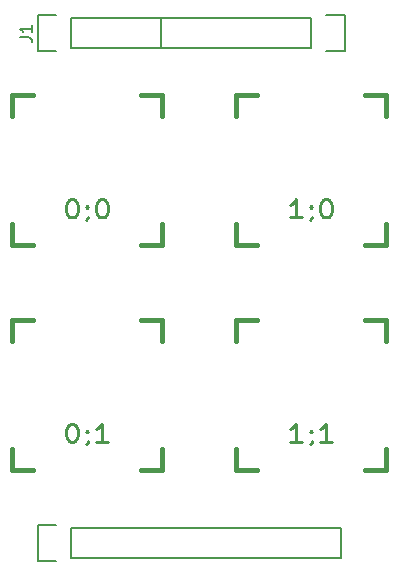
<source format=gto>
G04 #@! TF.FileFunction,Legend,Top*
%FSLAX46Y46*%
G04 Gerber Fmt 4.6, Leading zero omitted, Abs format (unit mm)*
G04 Created by KiCad (PCBNEW (after 2015-jan-16 BZR unknown)-brewed_product) date Sunday, March 08, 2015 'PMt' 01:09:04 PM*
%MOMM*%
G01*
G04 APERTURE LIST*
%ADD10C,0.100000*%
%ADD11C,0.150000*%
%ADD12C,0.381000*%
%ADD13C,0.254000*%
G04 APERTURE END LIST*
D10*
D11*
X186690000Y-161290000D02*
X209550000Y-161290000D01*
X209550000Y-161290000D02*
X209550000Y-163830000D01*
X209550000Y-163830000D02*
X186690000Y-163830000D01*
X183870000Y-161010000D02*
X185420000Y-161010000D01*
X186690000Y-161290000D02*
X186690000Y-163830000D01*
X185420000Y-164110000D02*
X183870000Y-164110000D01*
X183870000Y-164110000D02*
X183870000Y-161010000D01*
D12*
X181650000Y-124650000D02*
X183428000Y-124650000D01*
X192572000Y-124650000D02*
X194350000Y-124650000D01*
X194350000Y-124650000D02*
X194350000Y-126428000D01*
X194350000Y-135572000D02*
X194350000Y-137350000D01*
X194350000Y-137350000D02*
X192572000Y-137350000D01*
X183428000Y-137350000D02*
X181650000Y-137350000D01*
X181650000Y-137350000D02*
X181650000Y-135572000D01*
X181650000Y-126428000D02*
X181650000Y-124650000D01*
X181650000Y-143650000D02*
X183428000Y-143650000D01*
X192572000Y-143650000D02*
X194350000Y-143650000D01*
X194350000Y-143650000D02*
X194350000Y-145428000D01*
X194350000Y-154572000D02*
X194350000Y-156350000D01*
X194350000Y-156350000D02*
X192572000Y-156350000D01*
X183428000Y-156350000D02*
X181650000Y-156350000D01*
X181650000Y-156350000D02*
X181650000Y-154572000D01*
X181650000Y-145428000D02*
X181650000Y-143650000D01*
X200650000Y-124650000D02*
X202428000Y-124650000D01*
X211572000Y-124650000D02*
X213350000Y-124650000D01*
X213350000Y-124650000D02*
X213350000Y-126428000D01*
X213350000Y-135572000D02*
X213350000Y-137350000D01*
X213350000Y-137350000D02*
X211572000Y-137350000D01*
X202428000Y-137350000D02*
X200650000Y-137350000D01*
X200650000Y-137350000D02*
X200650000Y-135572000D01*
X200650000Y-126428000D02*
X200650000Y-124650000D01*
X200650000Y-143650000D02*
X202428000Y-143650000D01*
X211572000Y-143650000D02*
X213350000Y-143650000D01*
X213350000Y-143650000D02*
X213350000Y-145428000D01*
X213350000Y-154572000D02*
X213350000Y-156350000D01*
X213350000Y-156350000D02*
X211572000Y-156350000D01*
X202428000Y-156350000D02*
X200650000Y-156350000D01*
X200650000Y-156350000D02*
X200650000Y-154572000D01*
X200650000Y-145428000D02*
X200650000Y-143650000D01*
D11*
X186690000Y-120650000D02*
X194310000Y-120650000D01*
X186690000Y-118110000D02*
X194310000Y-118110000D01*
X183870000Y-117830000D02*
X185420000Y-117830000D01*
X194310000Y-120650000D02*
X194310000Y-118110000D01*
X186690000Y-118110000D02*
X186690000Y-120650000D01*
X185420000Y-120930000D02*
X183870000Y-120930000D01*
X183870000Y-120930000D02*
X183870000Y-117830000D01*
X207010000Y-120650000D02*
X194310000Y-120650000D01*
X194310000Y-120650000D02*
X194310000Y-118110000D01*
X194310000Y-118110000D02*
X207010000Y-118110000D01*
X209830000Y-120930000D02*
X208280000Y-120930000D01*
X207010000Y-120650000D02*
X207010000Y-118110000D01*
X208280000Y-117830000D02*
X209830000Y-117830000D01*
X209830000Y-117830000D02*
X209830000Y-120930000D01*
D13*
X186645334Y-133467429D02*
X186814667Y-133467429D01*
X186984001Y-133540000D01*
X187068667Y-133612571D01*
X187153334Y-133757714D01*
X187238001Y-134048000D01*
X187238001Y-134410857D01*
X187153334Y-134701143D01*
X187068667Y-134846286D01*
X186984001Y-134918857D01*
X186814667Y-134991429D01*
X186645334Y-134991429D01*
X186476001Y-134918857D01*
X186391334Y-134846286D01*
X186306667Y-134701143D01*
X186222001Y-134410857D01*
X186222001Y-134048000D01*
X186306667Y-133757714D01*
X186391334Y-133612571D01*
X186476001Y-133540000D01*
X186645334Y-133467429D01*
X188084667Y-134918857D02*
X188084667Y-134991429D01*
X188000000Y-135136571D01*
X187915334Y-135209143D01*
X188000000Y-134048000D02*
X188084667Y-134120571D01*
X188000000Y-134193143D01*
X187915334Y-134120571D01*
X188000000Y-134048000D01*
X188000000Y-134193143D01*
X189185334Y-133467429D02*
X189354667Y-133467429D01*
X189524001Y-133540000D01*
X189608667Y-133612571D01*
X189693334Y-133757714D01*
X189778001Y-134048000D01*
X189778001Y-134410857D01*
X189693334Y-134701143D01*
X189608667Y-134846286D01*
X189524001Y-134918857D01*
X189354667Y-134991429D01*
X189185334Y-134991429D01*
X189016001Y-134918857D01*
X188931334Y-134846286D01*
X188846667Y-134701143D01*
X188762001Y-134410857D01*
X188762001Y-134048000D01*
X188846667Y-133757714D01*
X188931334Y-133612571D01*
X189016001Y-133540000D01*
X189185334Y-133467429D01*
X186645334Y-152467429D02*
X186814667Y-152467429D01*
X186984001Y-152540000D01*
X187068667Y-152612571D01*
X187153334Y-152757714D01*
X187238001Y-153048000D01*
X187238001Y-153410857D01*
X187153334Y-153701143D01*
X187068667Y-153846286D01*
X186984001Y-153918857D01*
X186814667Y-153991429D01*
X186645334Y-153991429D01*
X186476001Y-153918857D01*
X186391334Y-153846286D01*
X186306667Y-153701143D01*
X186222001Y-153410857D01*
X186222001Y-153048000D01*
X186306667Y-152757714D01*
X186391334Y-152612571D01*
X186476001Y-152540000D01*
X186645334Y-152467429D01*
X188084667Y-153918857D02*
X188084667Y-153991429D01*
X188000000Y-154136571D01*
X187915334Y-154209143D01*
X188000000Y-153048000D02*
X188084667Y-153120571D01*
X188000000Y-153193143D01*
X187915334Y-153120571D01*
X188000000Y-153048000D01*
X188000000Y-153193143D01*
X189778001Y-153991429D02*
X188762001Y-153991429D01*
X189270001Y-153991429D02*
X189270001Y-152467429D01*
X189100667Y-152685143D01*
X188931334Y-152830286D01*
X188762001Y-152902857D01*
X206238001Y-134991429D02*
X205222001Y-134991429D01*
X205730001Y-134991429D02*
X205730001Y-133467429D01*
X205560667Y-133685143D01*
X205391334Y-133830286D01*
X205222001Y-133902857D01*
X207084667Y-134918857D02*
X207084667Y-134991429D01*
X207000000Y-135136571D01*
X206915334Y-135209143D01*
X207000000Y-134048000D02*
X207084667Y-134120571D01*
X207000000Y-134193143D01*
X206915334Y-134120571D01*
X207000000Y-134048000D01*
X207000000Y-134193143D01*
X208185334Y-133467429D02*
X208354667Y-133467429D01*
X208524001Y-133540000D01*
X208608667Y-133612571D01*
X208693334Y-133757714D01*
X208778001Y-134048000D01*
X208778001Y-134410857D01*
X208693334Y-134701143D01*
X208608667Y-134846286D01*
X208524001Y-134918857D01*
X208354667Y-134991429D01*
X208185334Y-134991429D01*
X208016001Y-134918857D01*
X207931334Y-134846286D01*
X207846667Y-134701143D01*
X207762001Y-134410857D01*
X207762001Y-134048000D01*
X207846667Y-133757714D01*
X207931334Y-133612571D01*
X208016001Y-133540000D01*
X208185334Y-133467429D01*
X206238001Y-153991429D02*
X205222001Y-153991429D01*
X205730001Y-153991429D02*
X205730001Y-152467429D01*
X205560667Y-152685143D01*
X205391334Y-152830286D01*
X205222001Y-152902857D01*
X207084667Y-153918857D02*
X207084667Y-153991429D01*
X207000000Y-154136571D01*
X206915334Y-154209143D01*
X207000000Y-153048000D02*
X207084667Y-153120571D01*
X207000000Y-153193143D01*
X206915334Y-153120571D01*
X207000000Y-153048000D01*
X207000000Y-153193143D01*
X208778001Y-153991429D02*
X207762001Y-153991429D01*
X208270001Y-153991429D02*
X208270001Y-152467429D01*
X208100667Y-152685143D01*
X207931334Y-152830286D01*
X207762001Y-152902857D01*
D11*
X182332381Y-119713333D02*
X183046667Y-119713333D01*
X183189524Y-119760953D01*
X183284762Y-119856191D01*
X183332381Y-119999048D01*
X183332381Y-120094286D01*
X183332381Y-118713333D02*
X183332381Y-119284762D01*
X183332381Y-118999048D02*
X182332381Y-118999048D01*
X182475238Y-119094286D01*
X182570476Y-119189524D01*
X182618095Y-119284762D01*
M02*

</source>
